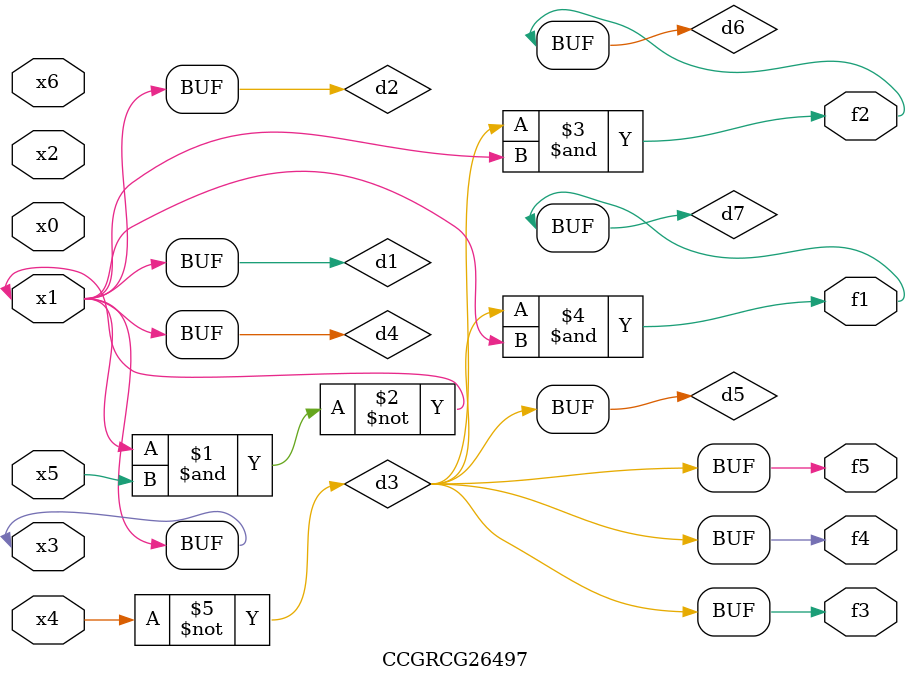
<source format=v>
module CCGRCG26497(
	input x0, x1, x2, x3, x4, x5, x6,
	output f1, f2, f3, f4, f5
);

	wire d1, d2, d3, d4, d5, d6, d7;

	buf (d1, x1, x3);
	nand (d2, x1, x5);
	not (d3, x4);
	buf (d4, d1, d2);
	buf (d5, d3);
	and (d6, d3, d4);
	and (d7, d3, d4);
	assign f1 = d7;
	assign f2 = d6;
	assign f3 = d5;
	assign f4 = d5;
	assign f5 = d5;
endmodule

</source>
